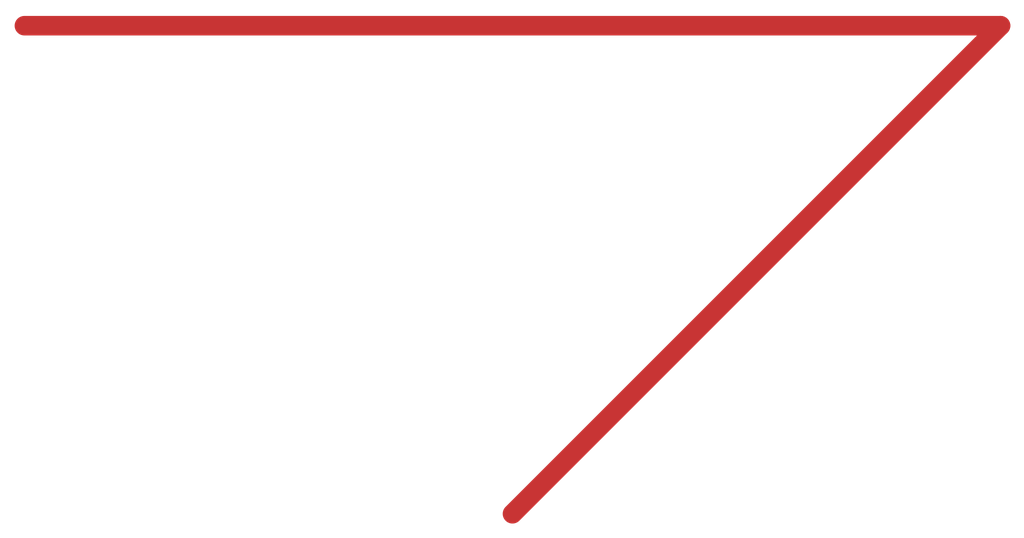
<source format=kicad_pcb>
(kicad_pcb (version 20211014) (generator pcbnew)

  (general
    (thickness 1.6)
  )

  (paper "A4")

  (layers
    (0 "F.Cu" signal)
    (31 "B.Cu" signal)
    (32 "B.Adhes" user "B.Adhesive")
    (33 "F.Adhes" user "F.Adhesive")
    (34 "B.Paste" user)
    (35 "F.Paste" user)
    (36 "B.SilkS" user "B.Silkscreen")
    (37 "F.SilkS" user "F.Silkscreen")
    (38 "B.Mask" user)
    (39 "F.Mask" user)
    (40 "Dwgs.User" user "User.Drawings")
    (41 "Cmts.User" user "User.Comments")
    (42 "Eco1.User" user "User.Eco1")
    (43 "Eco2.User" user "User.Eco2")
    (44 "Edge.Cuts" user)
    (45 "Margin" user)
    (46 "B.CrtYd" user "B.Courtyard")
    (47 "F.CrtYd" user "F.Courtyard")
    (48 "B.Fab" user)
    (49 "F.Fab" user)
  )

  (setup
    (pad_to_mask_clearance 0.0)
    (pcbplotparams
      (layerselection 0x010fc_ffffffff)
      (plot_on_all_layers_selection 0x00000_000000)
      (disableapertmacros false)
      (usegerberextensions false)
      (usegerberattributes true)
      (usegerberadvancedattributes true)
      (creategerberjobfile true)
      (svguseinch false)
      (svgprecision 6)
      (excludeedgelayer true)
      (plotframeref false)
      (viasonmask false)
      (mode 1)
      (useauxorigin false)
      (hpglpennumber 1)
      (hpglpenspeed 20)
      (hpglpendiameter 15.00)
      (psnegative false)
      (psa4output false)
      (plotreference true)
      (plotvalue true)
      (plotinvisibletext false)
      (sketchpadsonfab false)
      (subtractmaskfromsilk false)
      (outputformat 1)
      (mirror false)
      (drillshape 1)
      (scaleselection 1)
      (outputdirectory "")
    )
  )

  (net 0 "")
  (net 1 "Net-(N1)")
  (net 2 "Net-(N2)")

  (footprint "R_0" (layer "F.Cu") (at 0 0))
  (footprint "C_1" (layer "F.Cu") (at 10 0))
  (footprint "U_2" (layer "F.Cu") (at 5 5))

  (segment
    (start 0 0)
    (end 10 0)
    (width 0.2)
    (layer "F.Cu")
  )
  (segment
    (start 10 0)
    (end 5 5)
    (width 0.2)
    (layer "F.Cu")
  )

)
</source>
